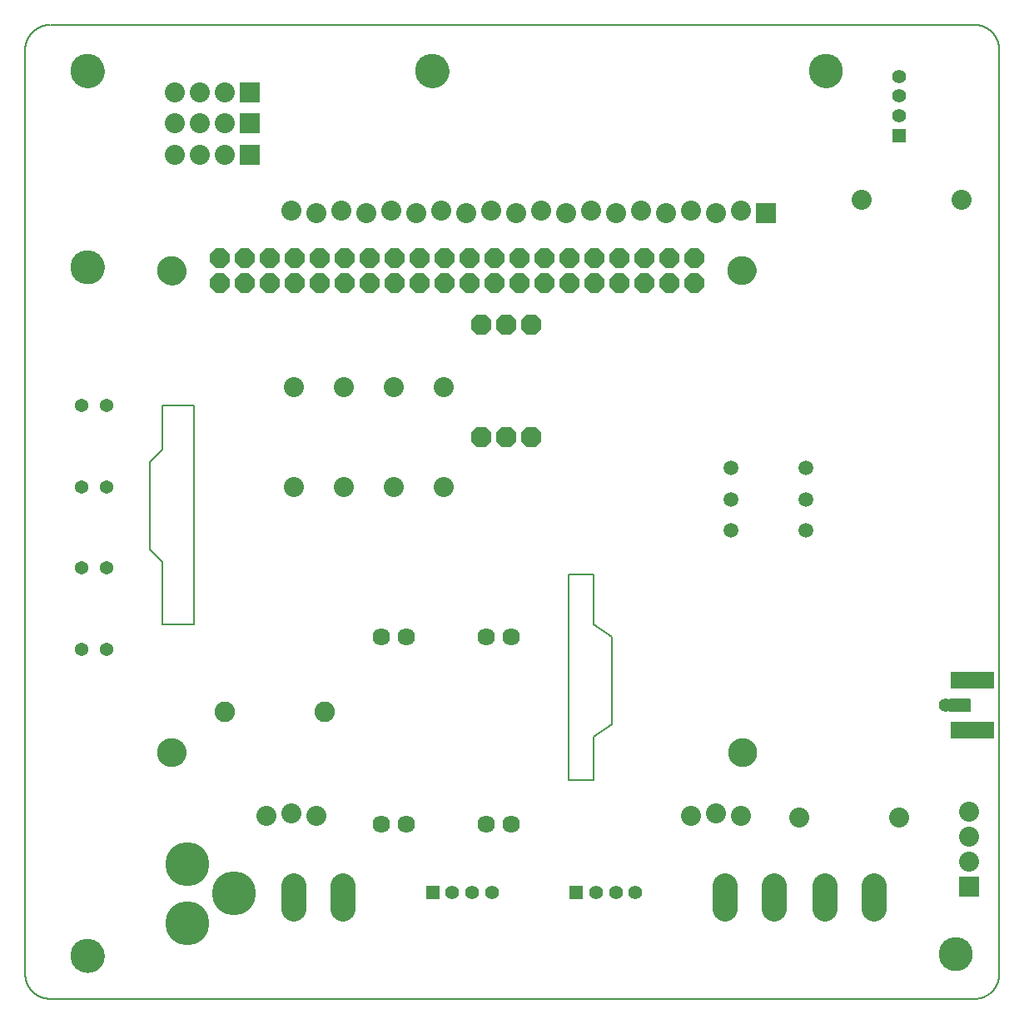
<source format=gbs>
G75*
%MOIN*%
%OFA0B0*%
%FSLAX25Y25*%
%IPPOS*%
%LPD*%
%AMOC8*
5,1,8,0,0,1.08239X$1,22.5*
%
%ADD10C,0.00600*%
%ADD11C,0.00000*%
%ADD12C,0.11600*%
%ADD13C,0.08000*%
%ADD14C,0.05400*%
%ADD15OC8,0.08200*%
%ADD16R,0.08000X0.08000*%
%ADD17OC8,0.08000*%
%ADD18R,0.05600X0.05600*%
%ADD19C,0.05600*%
%ADD20C,0.07025*%
%ADD21C,0.09970*%
%ADD22C,0.08200*%
%ADD23C,0.13600*%
%ADD24C,0.00510*%
%ADD25R,0.17600X0.06600*%
%ADD26C,0.05915*%
%ADD27C,0.17600*%
D10*
X0049595Y0021600D02*
X0049595Y0391350D01*
X0049595Y0391600D02*
X0049598Y0391842D01*
X0049607Y0392083D01*
X0049621Y0392324D01*
X0049642Y0392565D01*
X0049668Y0392805D01*
X0049700Y0393045D01*
X0049738Y0393284D01*
X0049781Y0393521D01*
X0049831Y0393758D01*
X0049886Y0393993D01*
X0049946Y0394227D01*
X0050013Y0394459D01*
X0050084Y0394690D01*
X0050162Y0394919D01*
X0050245Y0395146D01*
X0050333Y0395371D01*
X0050427Y0395594D01*
X0050526Y0395814D01*
X0050631Y0396032D01*
X0050740Y0396247D01*
X0050855Y0396460D01*
X0050975Y0396670D01*
X0051100Y0396876D01*
X0051230Y0397080D01*
X0051365Y0397281D01*
X0051505Y0397478D01*
X0051649Y0397672D01*
X0051798Y0397862D01*
X0051952Y0398048D01*
X0052110Y0398231D01*
X0052272Y0398410D01*
X0052439Y0398585D01*
X0052610Y0398756D01*
X0052785Y0398923D01*
X0052964Y0399085D01*
X0053147Y0399243D01*
X0053333Y0399397D01*
X0053523Y0399546D01*
X0053717Y0399690D01*
X0053914Y0399830D01*
X0054115Y0399965D01*
X0054319Y0400095D01*
X0054525Y0400220D01*
X0054735Y0400340D01*
X0054948Y0400455D01*
X0055163Y0400564D01*
X0055381Y0400669D01*
X0055601Y0400768D01*
X0055824Y0400862D01*
X0056049Y0400950D01*
X0056276Y0401033D01*
X0056505Y0401111D01*
X0056736Y0401182D01*
X0056968Y0401249D01*
X0057202Y0401309D01*
X0057437Y0401364D01*
X0057674Y0401414D01*
X0057911Y0401457D01*
X0058150Y0401495D01*
X0058390Y0401527D01*
X0058630Y0401553D01*
X0058871Y0401574D01*
X0059112Y0401588D01*
X0059353Y0401597D01*
X0059595Y0401600D01*
X0059845Y0401600D02*
X0429595Y0401600D01*
X0429837Y0401597D01*
X0430078Y0401588D01*
X0430319Y0401574D01*
X0430560Y0401553D01*
X0430800Y0401527D01*
X0431040Y0401495D01*
X0431279Y0401457D01*
X0431516Y0401414D01*
X0431753Y0401364D01*
X0431988Y0401309D01*
X0432222Y0401249D01*
X0432454Y0401182D01*
X0432685Y0401111D01*
X0432914Y0401033D01*
X0433141Y0400950D01*
X0433366Y0400862D01*
X0433589Y0400768D01*
X0433809Y0400669D01*
X0434027Y0400564D01*
X0434242Y0400455D01*
X0434455Y0400340D01*
X0434665Y0400220D01*
X0434871Y0400095D01*
X0435075Y0399965D01*
X0435276Y0399830D01*
X0435473Y0399690D01*
X0435667Y0399546D01*
X0435857Y0399397D01*
X0436043Y0399243D01*
X0436226Y0399085D01*
X0436405Y0398923D01*
X0436580Y0398756D01*
X0436751Y0398585D01*
X0436918Y0398410D01*
X0437080Y0398231D01*
X0437238Y0398048D01*
X0437392Y0397862D01*
X0437541Y0397672D01*
X0437685Y0397478D01*
X0437825Y0397281D01*
X0437960Y0397080D01*
X0438090Y0396876D01*
X0438215Y0396670D01*
X0438335Y0396460D01*
X0438450Y0396247D01*
X0438559Y0396032D01*
X0438664Y0395814D01*
X0438763Y0395594D01*
X0438857Y0395371D01*
X0438945Y0395146D01*
X0439028Y0394919D01*
X0439106Y0394690D01*
X0439177Y0394459D01*
X0439244Y0394227D01*
X0439304Y0393993D01*
X0439359Y0393758D01*
X0439409Y0393521D01*
X0439452Y0393284D01*
X0439490Y0393045D01*
X0439522Y0392805D01*
X0439548Y0392565D01*
X0439569Y0392324D01*
X0439583Y0392083D01*
X0439592Y0391842D01*
X0439595Y0391600D01*
X0439595Y0391350D02*
X0439595Y0021600D01*
X0439592Y0021358D01*
X0439583Y0021117D01*
X0439569Y0020876D01*
X0439548Y0020635D01*
X0439522Y0020395D01*
X0439490Y0020155D01*
X0439452Y0019916D01*
X0439409Y0019679D01*
X0439359Y0019442D01*
X0439304Y0019207D01*
X0439244Y0018973D01*
X0439177Y0018741D01*
X0439106Y0018510D01*
X0439028Y0018281D01*
X0438945Y0018054D01*
X0438857Y0017829D01*
X0438763Y0017606D01*
X0438664Y0017386D01*
X0438559Y0017168D01*
X0438450Y0016953D01*
X0438335Y0016740D01*
X0438215Y0016530D01*
X0438090Y0016324D01*
X0437960Y0016120D01*
X0437825Y0015919D01*
X0437685Y0015722D01*
X0437541Y0015528D01*
X0437392Y0015338D01*
X0437238Y0015152D01*
X0437080Y0014969D01*
X0436918Y0014790D01*
X0436751Y0014615D01*
X0436580Y0014444D01*
X0436405Y0014277D01*
X0436226Y0014115D01*
X0436043Y0013957D01*
X0435857Y0013803D01*
X0435667Y0013654D01*
X0435473Y0013510D01*
X0435276Y0013370D01*
X0435075Y0013235D01*
X0434871Y0013105D01*
X0434665Y0012980D01*
X0434455Y0012860D01*
X0434242Y0012745D01*
X0434027Y0012636D01*
X0433809Y0012531D01*
X0433589Y0012432D01*
X0433366Y0012338D01*
X0433141Y0012250D01*
X0432914Y0012167D01*
X0432685Y0012089D01*
X0432454Y0012018D01*
X0432222Y0011951D01*
X0431988Y0011891D01*
X0431753Y0011836D01*
X0431516Y0011786D01*
X0431279Y0011743D01*
X0431040Y0011705D01*
X0430800Y0011673D01*
X0430560Y0011647D01*
X0430319Y0011626D01*
X0430078Y0011612D01*
X0429837Y0011603D01*
X0429595Y0011600D01*
X0059595Y0011600D01*
X0059353Y0011603D01*
X0059112Y0011612D01*
X0058871Y0011626D01*
X0058630Y0011647D01*
X0058390Y0011673D01*
X0058150Y0011705D01*
X0057911Y0011743D01*
X0057674Y0011786D01*
X0057437Y0011836D01*
X0057202Y0011891D01*
X0056968Y0011951D01*
X0056736Y0012018D01*
X0056505Y0012089D01*
X0056276Y0012167D01*
X0056049Y0012250D01*
X0055824Y0012338D01*
X0055601Y0012432D01*
X0055381Y0012531D01*
X0055163Y0012636D01*
X0054948Y0012745D01*
X0054735Y0012860D01*
X0054525Y0012980D01*
X0054319Y0013105D01*
X0054115Y0013235D01*
X0053914Y0013370D01*
X0053717Y0013510D01*
X0053523Y0013654D01*
X0053333Y0013803D01*
X0053147Y0013957D01*
X0052964Y0014115D01*
X0052785Y0014277D01*
X0052610Y0014444D01*
X0052439Y0014615D01*
X0052272Y0014790D01*
X0052110Y0014969D01*
X0051952Y0015152D01*
X0051798Y0015338D01*
X0051649Y0015528D01*
X0051505Y0015722D01*
X0051365Y0015919D01*
X0051230Y0016120D01*
X0051100Y0016324D01*
X0050975Y0016530D01*
X0050855Y0016740D01*
X0050740Y0016953D01*
X0050631Y0017168D01*
X0050526Y0017386D01*
X0050427Y0017606D01*
X0050333Y0017829D01*
X0050245Y0018054D01*
X0050162Y0018281D01*
X0050084Y0018510D01*
X0050013Y0018741D01*
X0049946Y0018973D01*
X0049886Y0019207D01*
X0049831Y0019442D01*
X0049781Y0019679D01*
X0049738Y0019916D01*
X0049700Y0020155D01*
X0049668Y0020395D01*
X0049642Y0020635D01*
X0049621Y0020876D01*
X0049607Y0021117D01*
X0049598Y0021358D01*
X0049595Y0021600D01*
X0104595Y0161600D02*
X0104595Y0186600D01*
X0099595Y0191600D01*
X0099595Y0226600D01*
X0104595Y0231600D01*
X0104595Y0249100D01*
X0117095Y0249100D01*
X0117095Y0161600D01*
X0104595Y0161600D01*
X0267095Y0181600D02*
X0267095Y0099100D01*
X0277095Y0099100D01*
X0277095Y0116600D01*
X0284595Y0121600D01*
X0284595Y0156600D01*
X0277095Y0161600D01*
X0277095Y0181600D01*
X0267095Y0181600D01*
D11*
X0331345Y0110350D02*
X0331347Y0110498D01*
X0331353Y0110646D01*
X0331363Y0110794D01*
X0331377Y0110942D01*
X0331395Y0111089D01*
X0331417Y0111236D01*
X0331443Y0111382D01*
X0331472Y0111527D01*
X0331506Y0111672D01*
X0331544Y0111815D01*
X0331585Y0111958D01*
X0331630Y0112099D01*
X0331680Y0112239D01*
X0331732Y0112377D01*
X0331789Y0112515D01*
X0331849Y0112650D01*
X0331913Y0112784D01*
X0331980Y0112916D01*
X0332051Y0113046D01*
X0332126Y0113175D01*
X0332204Y0113301D01*
X0332285Y0113425D01*
X0332369Y0113547D01*
X0332457Y0113666D01*
X0332548Y0113783D01*
X0332642Y0113898D01*
X0332740Y0114010D01*
X0332840Y0114119D01*
X0332943Y0114226D01*
X0333049Y0114330D01*
X0333157Y0114431D01*
X0333269Y0114529D01*
X0333383Y0114624D01*
X0333499Y0114715D01*
X0333618Y0114804D01*
X0333739Y0114889D01*
X0333863Y0114971D01*
X0333989Y0115050D01*
X0334116Y0115125D01*
X0334246Y0115197D01*
X0334378Y0115266D01*
X0334511Y0115330D01*
X0334646Y0115391D01*
X0334783Y0115449D01*
X0334921Y0115503D01*
X0335061Y0115553D01*
X0335202Y0115599D01*
X0335344Y0115641D01*
X0335487Y0115680D01*
X0335631Y0115714D01*
X0335777Y0115745D01*
X0335922Y0115772D01*
X0336069Y0115795D01*
X0336216Y0115814D01*
X0336364Y0115829D01*
X0336511Y0115840D01*
X0336660Y0115847D01*
X0336808Y0115850D01*
X0336956Y0115849D01*
X0337104Y0115844D01*
X0337252Y0115835D01*
X0337400Y0115822D01*
X0337548Y0115805D01*
X0337694Y0115784D01*
X0337841Y0115759D01*
X0337986Y0115730D01*
X0338131Y0115698D01*
X0338274Y0115661D01*
X0338417Y0115621D01*
X0338559Y0115576D01*
X0338699Y0115528D01*
X0338838Y0115476D01*
X0338975Y0115421D01*
X0339111Y0115361D01*
X0339246Y0115298D01*
X0339378Y0115232D01*
X0339509Y0115162D01*
X0339638Y0115088D01*
X0339764Y0115011D01*
X0339889Y0114931D01*
X0340011Y0114847D01*
X0340132Y0114760D01*
X0340249Y0114670D01*
X0340365Y0114576D01*
X0340477Y0114480D01*
X0340587Y0114381D01*
X0340695Y0114278D01*
X0340799Y0114173D01*
X0340901Y0114065D01*
X0340999Y0113954D01*
X0341095Y0113841D01*
X0341188Y0113725D01*
X0341277Y0113607D01*
X0341363Y0113486D01*
X0341446Y0113363D01*
X0341526Y0113238D01*
X0341602Y0113111D01*
X0341675Y0112981D01*
X0341744Y0112850D01*
X0341809Y0112717D01*
X0341872Y0112583D01*
X0341930Y0112446D01*
X0341985Y0112308D01*
X0342035Y0112169D01*
X0342083Y0112028D01*
X0342126Y0111887D01*
X0342166Y0111744D01*
X0342201Y0111600D01*
X0342233Y0111455D01*
X0342261Y0111309D01*
X0342285Y0111163D01*
X0342305Y0111016D01*
X0342321Y0110868D01*
X0342333Y0110721D01*
X0342341Y0110572D01*
X0342345Y0110424D01*
X0342345Y0110276D01*
X0342341Y0110128D01*
X0342333Y0109979D01*
X0342321Y0109832D01*
X0342305Y0109684D01*
X0342285Y0109537D01*
X0342261Y0109391D01*
X0342233Y0109245D01*
X0342201Y0109100D01*
X0342166Y0108956D01*
X0342126Y0108813D01*
X0342083Y0108672D01*
X0342035Y0108531D01*
X0341985Y0108392D01*
X0341930Y0108254D01*
X0341872Y0108117D01*
X0341809Y0107983D01*
X0341744Y0107850D01*
X0341675Y0107719D01*
X0341602Y0107589D01*
X0341526Y0107462D01*
X0341446Y0107337D01*
X0341363Y0107214D01*
X0341277Y0107093D01*
X0341188Y0106975D01*
X0341095Y0106859D01*
X0340999Y0106746D01*
X0340901Y0106635D01*
X0340799Y0106527D01*
X0340695Y0106422D01*
X0340587Y0106319D01*
X0340477Y0106220D01*
X0340365Y0106124D01*
X0340249Y0106030D01*
X0340132Y0105940D01*
X0340011Y0105853D01*
X0339889Y0105769D01*
X0339764Y0105689D01*
X0339638Y0105612D01*
X0339509Y0105538D01*
X0339378Y0105468D01*
X0339246Y0105402D01*
X0339111Y0105339D01*
X0338975Y0105279D01*
X0338838Y0105224D01*
X0338699Y0105172D01*
X0338559Y0105124D01*
X0338417Y0105079D01*
X0338274Y0105039D01*
X0338131Y0105002D01*
X0337986Y0104970D01*
X0337841Y0104941D01*
X0337694Y0104916D01*
X0337548Y0104895D01*
X0337400Y0104878D01*
X0337252Y0104865D01*
X0337104Y0104856D01*
X0336956Y0104851D01*
X0336808Y0104850D01*
X0336660Y0104853D01*
X0336511Y0104860D01*
X0336364Y0104871D01*
X0336216Y0104886D01*
X0336069Y0104905D01*
X0335922Y0104928D01*
X0335777Y0104955D01*
X0335631Y0104986D01*
X0335487Y0105020D01*
X0335344Y0105059D01*
X0335202Y0105101D01*
X0335061Y0105147D01*
X0334921Y0105197D01*
X0334783Y0105251D01*
X0334646Y0105309D01*
X0334511Y0105370D01*
X0334378Y0105434D01*
X0334246Y0105503D01*
X0334116Y0105575D01*
X0333989Y0105650D01*
X0333863Y0105729D01*
X0333739Y0105811D01*
X0333618Y0105896D01*
X0333499Y0105985D01*
X0333383Y0106076D01*
X0333269Y0106171D01*
X0333157Y0106269D01*
X0333049Y0106370D01*
X0332943Y0106474D01*
X0332840Y0106581D01*
X0332740Y0106690D01*
X0332642Y0106802D01*
X0332548Y0106917D01*
X0332457Y0107034D01*
X0332369Y0107153D01*
X0332285Y0107275D01*
X0332204Y0107399D01*
X0332126Y0107525D01*
X0332051Y0107654D01*
X0331980Y0107784D01*
X0331913Y0107916D01*
X0331849Y0108050D01*
X0331789Y0108185D01*
X0331732Y0108323D01*
X0331680Y0108461D01*
X0331630Y0108601D01*
X0331585Y0108742D01*
X0331544Y0108885D01*
X0331506Y0109028D01*
X0331472Y0109173D01*
X0331443Y0109318D01*
X0331417Y0109464D01*
X0331395Y0109611D01*
X0331377Y0109758D01*
X0331363Y0109906D01*
X0331353Y0110054D01*
X0331347Y0110202D01*
X0331345Y0110350D01*
X0415595Y0029600D02*
X0415597Y0029761D01*
X0415603Y0029921D01*
X0415613Y0030082D01*
X0415627Y0030242D01*
X0415645Y0030402D01*
X0415666Y0030561D01*
X0415692Y0030720D01*
X0415722Y0030878D01*
X0415755Y0031035D01*
X0415793Y0031192D01*
X0415834Y0031347D01*
X0415879Y0031501D01*
X0415928Y0031654D01*
X0415981Y0031806D01*
X0416037Y0031957D01*
X0416098Y0032106D01*
X0416161Y0032254D01*
X0416229Y0032400D01*
X0416300Y0032544D01*
X0416374Y0032686D01*
X0416452Y0032827D01*
X0416534Y0032965D01*
X0416619Y0033102D01*
X0416707Y0033236D01*
X0416799Y0033368D01*
X0416894Y0033498D01*
X0416992Y0033626D01*
X0417093Y0033751D01*
X0417197Y0033873D01*
X0417304Y0033993D01*
X0417414Y0034110D01*
X0417527Y0034225D01*
X0417643Y0034336D01*
X0417762Y0034445D01*
X0417883Y0034550D01*
X0418007Y0034653D01*
X0418133Y0034753D01*
X0418261Y0034849D01*
X0418392Y0034942D01*
X0418526Y0035032D01*
X0418661Y0035119D01*
X0418799Y0035202D01*
X0418938Y0035282D01*
X0419080Y0035358D01*
X0419223Y0035431D01*
X0419368Y0035500D01*
X0419515Y0035566D01*
X0419663Y0035628D01*
X0419813Y0035686D01*
X0419964Y0035741D01*
X0420117Y0035792D01*
X0420271Y0035839D01*
X0420426Y0035882D01*
X0420582Y0035921D01*
X0420738Y0035957D01*
X0420896Y0035988D01*
X0421054Y0036016D01*
X0421213Y0036040D01*
X0421373Y0036060D01*
X0421533Y0036076D01*
X0421693Y0036088D01*
X0421854Y0036096D01*
X0422015Y0036100D01*
X0422175Y0036100D01*
X0422336Y0036096D01*
X0422497Y0036088D01*
X0422657Y0036076D01*
X0422817Y0036060D01*
X0422977Y0036040D01*
X0423136Y0036016D01*
X0423294Y0035988D01*
X0423452Y0035957D01*
X0423608Y0035921D01*
X0423764Y0035882D01*
X0423919Y0035839D01*
X0424073Y0035792D01*
X0424226Y0035741D01*
X0424377Y0035686D01*
X0424527Y0035628D01*
X0424675Y0035566D01*
X0424822Y0035500D01*
X0424967Y0035431D01*
X0425110Y0035358D01*
X0425252Y0035282D01*
X0425391Y0035202D01*
X0425529Y0035119D01*
X0425664Y0035032D01*
X0425798Y0034942D01*
X0425929Y0034849D01*
X0426057Y0034753D01*
X0426183Y0034653D01*
X0426307Y0034550D01*
X0426428Y0034445D01*
X0426547Y0034336D01*
X0426663Y0034225D01*
X0426776Y0034110D01*
X0426886Y0033993D01*
X0426993Y0033873D01*
X0427097Y0033751D01*
X0427198Y0033626D01*
X0427296Y0033498D01*
X0427391Y0033368D01*
X0427483Y0033236D01*
X0427571Y0033102D01*
X0427656Y0032965D01*
X0427738Y0032827D01*
X0427816Y0032686D01*
X0427890Y0032544D01*
X0427961Y0032400D01*
X0428029Y0032254D01*
X0428092Y0032106D01*
X0428153Y0031957D01*
X0428209Y0031806D01*
X0428262Y0031654D01*
X0428311Y0031501D01*
X0428356Y0031347D01*
X0428397Y0031192D01*
X0428435Y0031035D01*
X0428468Y0030878D01*
X0428498Y0030720D01*
X0428524Y0030561D01*
X0428545Y0030402D01*
X0428563Y0030242D01*
X0428577Y0030082D01*
X0428587Y0029921D01*
X0428593Y0029761D01*
X0428595Y0029600D01*
X0428593Y0029439D01*
X0428587Y0029279D01*
X0428577Y0029118D01*
X0428563Y0028958D01*
X0428545Y0028798D01*
X0428524Y0028639D01*
X0428498Y0028480D01*
X0428468Y0028322D01*
X0428435Y0028165D01*
X0428397Y0028008D01*
X0428356Y0027853D01*
X0428311Y0027699D01*
X0428262Y0027546D01*
X0428209Y0027394D01*
X0428153Y0027243D01*
X0428092Y0027094D01*
X0428029Y0026946D01*
X0427961Y0026800D01*
X0427890Y0026656D01*
X0427816Y0026514D01*
X0427738Y0026373D01*
X0427656Y0026235D01*
X0427571Y0026098D01*
X0427483Y0025964D01*
X0427391Y0025832D01*
X0427296Y0025702D01*
X0427198Y0025574D01*
X0427097Y0025449D01*
X0426993Y0025327D01*
X0426886Y0025207D01*
X0426776Y0025090D01*
X0426663Y0024975D01*
X0426547Y0024864D01*
X0426428Y0024755D01*
X0426307Y0024650D01*
X0426183Y0024547D01*
X0426057Y0024447D01*
X0425929Y0024351D01*
X0425798Y0024258D01*
X0425664Y0024168D01*
X0425529Y0024081D01*
X0425391Y0023998D01*
X0425252Y0023918D01*
X0425110Y0023842D01*
X0424967Y0023769D01*
X0424822Y0023700D01*
X0424675Y0023634D01*
X0424527Y0023572D01*
X0424377Y0023514D01*
X0424226Y0023459D01*
X0424073Y0023408D01*
X0423919Y0023361D01*
X0423764Y0023318D01*
X0423608Y0023279D01*
X0423452Y0023243D01*
X0423294Y0023212D01*
X0423136Y0023184D01*
X0422977Y0023160D01*
X0422817Y0023140D01*
X0422657Y0023124D01*
X0422497Y0023112D01*
X0422336Y0023104D01*
X0422175Y0023100D01*
X0422015Y0023100D01*
X0421854Y0023104D01*
X0421693Y0023112D01*
X0421533Y0023124D01*
X0421373Y0023140D01*
X0421213Y0023160D01*
X0421054Y0023184D01*
X0420896Y0023212D01*
X0420738Y0023243D01*
X0420582Y0023279D01*
X0420426Y0023318D01*
X0420271Y0023361D01*
X0420117Y0023408D01*
X0419964Y0023459D01*
X0419813Y0023514D01*
X0419663Y0023572D01*
X0419515Y0023634D01*
X0419368Y0023700D01*
X0419223Y0023769D01*
X0419080Y0023842D01*
X0418938Y0023918D01*
X0418799Y0023998D01*
X0418661Y0024081D01*
X0418526Y0024168D01*
X0418392Y0024258D01*
X0418261Y0024351D01*
X0418133Y0024447D01*
X0418007Y0024547D01*
X0417883Y0024650D01*
X0417762Y0024755D01*
X0417643Y0024864D01*
X0417527Y0024975D01*
X0417414Y0025090D01*
X0417304Y0025207D01*
X0417197Y0025327D01*
X0417093Y0025449D01*
X0416992Y0025574D01*
X0416894Y0025702D01*
X0416799Y0025832D01*
X0416707Y0025964D01*
X0416619Y0026098D01*
X0416534Y0026235D01*
X0416452Y0026373D01*
X0416374Y0026514D01*
X0416300Y0026656D01*
X0416229Y0026800D01*
X0416161Y0026946D01*
X0416098Y0027094D01*
X0416037Y0027243D01*
X0415981Y0027394D01*
X0415928Y0027546D01*
X0415879Y0027699D01*
X0415834Y0027853D01*
X0415793Y0028008D01*
X0415755Y0028165D01*
X0415722Y0028322D01*
X0415692Y0028480D01*
X0415666Y0028639D01*
X0415645Y0028798D01*
X0415627Y0028958D01*
X0415613Y0029118D01*
X0415603Y0029279D01*
X0415597Y0029439D01*
X0415595Y0029600D01*
X0331095Y0303350D02*
X0331097Y0303498D01*
X0331103Y0303646D01*
X0331113Y0303794D01*
X0331127Y0303942D01*
X0331145Y0304089D01*
X0331167Y0304236D01*
X0331193Y0304382D01*
X0331222Y0304527D01*
X0331256Y0304672D01*
X0331294Y0304815D01*
X0331335Y0304958D01*
X0331380Y0305099D01*
X0331430Y0305239D01*
X0331482Y0305377D01*
X0331539Y0305515D01*
X0331599Y0305650D01*
X0331663Y0305784D01*
X0331730Y0305916D01*
X0331801Y0306046D01*
X0331876Y0306175D01*
X0331954Y0306301D01*
X0332035Y0306425D01*
X0332119Y0306547D01*
X0332207Y0306666D01*
X0332298Y0306783D01*
X0332392Y0306898D01*
X0332490Y0307010D01*
X0332590Y0307119D01*
X0332693Y0307226D01*
X0332799Y0307330D01*
X0332907Y0307431D01*
X0333019Y0307529D01*
X0333133Y0307624D01*
X0333249Y0307715D01*
X0333368Y0307804D01*
X0333489Y0307889D01*
X0333613Y0307971D01*
X0333739Y0308050D01*
X0333866Y0308125D01*
X0333996Y0308197D01*
X0334128Y0308266D01*
X0334261Y0308330D01*
X0334396Y0308391D01*
X0334533Y0308449D01*
X0334671Y0308503D01*
X0334811Y0308553D01*
X0334952Y0308599D01*
X0335094Y0308641D01*
X0335237Y0308680D01*
X0335381Y0308714D01*
X0335527Y0308745D01*
X0335672Y0308772D01*
X0335819Y0308795D01*
X0335966Y0308814D01*
X0336114Y0308829D01*
X0336261Y0308840D01*
X0336410Y0308847D01*
X0336558Y0308850D01*
X0336706Y0308849D01*
X0336854Y0308844D01*
X0337002Y0308835D01*
X0337150Y0308822D01*
X0337298Y0308805D01*
X0337444Y0308784D01*
X0337591Y0308759D01*
X0337736Y0308730D01*
X0337881Y0308698D01*
X0338024Y0308661D01*
X0338167Y0308621D01*
X0338309Y0308576D01*
X0338449Y0308528D01*
X0338588Y0308476D01*
X0338725Y0308421D01*
X0338861Y0308361D01*
X0338996Y0308298D01*
X0339128Y0308232D01*
X0339259Y0308162D01*
X0339388Y0308088D01*
X0339514Y0308011D01*
X0339639Y0307931D01*
X0339761Y0307847D01*
X0339882Y0307760D01*
X0339999Y0307670D01*
X0340115Y0307576D01*
X0340227Y0307480D01*
X0340337Y0307381D01*
X0340445Y0307278D01*
X0340549Y0307173D01*
X0340651Y0307065D01*
X0340749Y0306954D01*
X0340845Y0306841D01*
X0340938Y0306725D01*
X0341027Y0306607D01*
X0341113Y0306486D01*
X0341196Y0306363D01*
X0341276Y0306238D01*
X0341352Y0306111D01*
X0341425Y0305981D01*
X0341494Y0305850D01*
X0341559Y0305717D01*
X0341622Y0305583D01*
X0341680Y0305446D01*
X0341735Y0305308D01*
X0341785Y0305169D01*
X0341833Y0305028D01*
X0341876Y0304887D01*
X0341916Y0304744D01*
X0341951Y0304600D01*
X0341983Y0304455D01*
X0342011Y0304309D01*
X0342035Y0304163D01*
X0342055Y0304016D01*
X0342071Y0303868D01*
X0342083Y0303721D01*
X0342091Y0303572D01*
X0342095Y0303424D01*
X0342095Y0303276D01*
X0342091Y0303128D01*
X0342083Y0302979D01*
X0342071Y0302832D01*
X0342055Y0302684D01*
X0342035Y0302537D01*
X0342011Y0302391D01*
X0341983Y0302245D01*
X0341951Y0302100D01*
X0341916Y0301956D01*
X0341876Y0301813D01*
X0341833Y0301672D01*
X0341785Y0301531D01*
X0341735Y0301392D01*
X0341680Y0301254D01*
X0341622Y0301117D01*
X0341559Y0300983D01*
X0341494Y0300850D01*
X0341425Y0300719D01*
X0341352Y0300589D01*
X0341276Y0300462D01*
X0341196Y0300337D01*
X0341113Y0300214D01*
X0341027Y0300093D01*
X0340938Y0299975D01*
X0340845Y0299859D01*
X0340749Y0299746D01*
X0340651Y0299635D01*
X0340549Y0299527D01*
X0340445Y0299422D01*
X0340337Y0299319D01*
X0340227Y0299220D01*
X0340115Y0299124D01*
X0339999Y0299030D01*
X0339882Y0298940D01*
X0339761Y0298853D01*
X0339639Y0298769D01*
X0339514Y0298689D01*
X0339388Y0298612D01*
X0339259Y0298538D01*
X0339128Y0298468D01*
X0338996Y0298402D01*
X0338861Y0298339D01*
X0338725Y0298279D01*
X0338588Y0298224D01*
X0338449Y0298172D01*
X0338309Y0298124D01*
X0338167Y0298079D01*
X0338024Y0298039D01*
X0337881Y0298002D01*
X0337736Y0297970D01*
X0337591Y0297941D01*
X0337444Y0297916D01*
X0337298Y0297895D01*
X0337150Y0297878D01*
X0337002Y0297865D01*
X0336854Y0297856D01*
X0336706Y0297851D01*
X0336558Y0297850D01*
X0336410Y0297853D01*
X0336261Y0297860D01*
X0336114Y0297871D01*
X0335966Y0297886D01*
X0335819Y0297905D01*
X0335672Y0297928D01*
X0335527Y0297955D01*
X0335381Y0297986D01*
X0335237Y0298020D01*
X0335094Y0298059D01*
X0334952Y0298101D01*
X0334811Y0298147D01*
X0334671Y0298197D01*
X0334533Y0298251D01*
X0334396Y0298309D01*
X0334261Y0298370D01*
X0334128Y0298434D01*
X0333996Y0298503D01*
X0333866Y0298575D01*
X0333739Y0298650D01*
X0333613Y0298729D01*
X0333489Y0298811D01*
X0333368Y0298896D01*
X0333249Y0298985D01*
X0333133Y0299076D01*
X0333019Y0299171D01*
X0332907Y0299269D01*
X0332799Y0299370D01*
X0332693Y0299474D01*
X0332590Y0299581D01*
X0332490Y0299690D01*
X0332392Y0299802D01*
X0332298Y0299917D01*
X0332207Y0300034D01*
X0332119Y0300153D01*
X0332035Y0300275D01*
X0331954Y0300399D01*
X0331876Y0300525D01*
X0331801Y0300654D01*
X0331730Y0300784D01*
X0331663Y0300916D01*
X0331599Y0301050D01*
X0331539Y0301185D01*
X0331482Y0301323D01*
X0331430Y0301461D01*
X0331380Y0301601D01*
X0331335Y0301742D01*
X0331294Y0301885D01*
X0331256Y0302028D01*
X0331222Y0302173D01*
X0331193Y0302318D01*
X0331167Y0302464D01*
X0331145Y0302611D01*
X0331127Y0302758D01*
X0331113Y0302906D01*
X0331103Y0303054D01*
X0331097Y0303202D01*
X0331095Y0303350D01*
X0363595Y0383100D02*
X0363597Y0383261D01*
X0363603Y0383421D01*
X0363613Y0383582D01*
X0363627Y0383742D01*
X0363645Y0383902D01*
X0363666Y0384061D01*
X0363692Y0384220D01*
X0363722Y0384378D01*
X0363755Y0384535D01*
X0363793Y0384692D01*
X0363834Y0384847D01*
X0363879Y0385001D01*
X0363928Y0385154D01*
X0363981Y0385306D01*
X0364037Y0385457D01*
X0364098Y0385606D01*
X0364161Y0385754D01*
X0364229Y0385900D01*
X0364300Y0386044D01*
X0364374Y0386186D01*
X0364452Y0386327D01*
X0364534Y0386465D01*
X0364619Y0386602D01*
X0364707Y0386736D01*
X0364799Y0386868D01*
X0364894Y0386998D01*
X0364992Y0387126D01*
X0365093Y0387251D01*
X0365197Y0387373D01*
X0365304Y0387493D01*
X0365414Y0387610D01*
X0365527Y0387725D01*
X0365643Y0387836D01*
X0365762Y0387945D01*
X0365883Y0388050D01*
X0366007Y0388153D01*
X0366133Y0388253D01*
X0366261Y0388349D01*
X0366392Y0388442D01*
X0366526Y0388532D01*
X0366661Y0388619D01*
X0366799Y0388702D01*
X0366938Y0388782D01*
X0367080Y0388858D01*
X0367223Y0388931D01*
X0367368Y0389000D01*
X0367515Y0389066D01*
X0367663Y0389128D01*
X0367813Y0389186D01*
X0367964Y0389241D01*
X0368117Y0389292D01*
X0368271Y0389339D01*
X0368426Y0389382D01*
X0368582Y0389421D01*
X0368738Y0389457D01*
X0368896Y0389488D01*
X0369054Y0389516D01*
X0369213Y0389540D01*
X0369373Y0389560D01*
X0369533Y0389576D01*
X0369693Y0389588D01*
X0369854Y0389596D01*
X0370015Y0389600D01*
X0370175Y0389600D01*
X0370336Y0389596D01*
X0370497Y0389588D01*
X0370657Y0389576D01*
X0370817Y0389560D01*
X0370977Y0389540D01*
X0371136Y0389516D01*
X0371294Y0389488D01*
X0371452Y0389457D01*
X0371608Y0389421D01*
X0371764Y0389382D01*
X0371919Y0389339D01*
X0372073Y0389292D01*
X0372226Y0389241D01*
X0372377Y0389186D01*
X0372527Y0389128D01*
X0372675Y0389066D01*
X0372822Y0389000D01*
X0372967Y0388931D01*
X0373110Y0388858D01*
X0373252Y0388782D01*
X0373391Y0388702D01*
X0373529Y0388619D01*
X0373664Y0388532D01*
X0373798Y0388442D01*
X0373929Y0388349D01*
X0374057Y0388253D01*
X0374183Y0388153D01*
X0374307Y0388050D01*
X0374428Y0387945D01*
X0374547Y0387836D01*
X0374663Y0387725D01*
X0374776Y0387610D01*
X0374886Y0387493D01*
X0374993Y0387373D01*
X0375097Y0387251D01*
X0375198Y0387126D01*
X0375296Y0386998D01*
X0375391Y0386868D01*
X0375483Y0386736D01*
X0375571Y0386602D01*
X0375656Y0386465D01*
X0375738Y0386327D01*
X0375816Y0386186D01*
X0375890Y0386044D01*
X0375961Y0385900D01*
X0376029Y0385754D01*
X0376092Y0385606D01*
X0376153Y0385457D01*
X0376209Y0385306D01*
X0376262Y0385154D01*
X0376311Y0385001D01*
X0376356Y0384847D01*
X0376397Y0384692D01*
X0376435Y0384535D01*
X0376468Y0384378D01*
X0376498Y0384220D01*
X0376524Y0384061D01*
X0376545Y0383902D01*
X0376563Y0383742D01*
X0376577Y0383582D01*
X0376587Y0383421D01*
X0376593Y0383261D01*
X0376595Y0383100D01*
X0376593Y0382939D01*
X0376587Y0382779D01*
X0376577Y0382618D01*
X0376563Y0382458D01*
X0376545Y0382298D01*
X0376524Y0382139D01*
X0376498Y0381980D01*
X0376468Y0381822D01*
X0376435Y0381665D01*
X0376397Y0381508D01*
X0376356Y0381353D01*
X0376311Y0381199D01*
X0376262Y0381046D01*
X0376209Y0380894D01*
X0376153Y0380743D01*
X0376092Y0380594D01*
X0376029Y0380446D01*
X0375961Y0380300D01*
X0375890Y0380156D01*
X0375816Y0380014D01*
X0375738Y0379873D01*
X0375656Y0379735D01*
X0375571Y0379598D01*
X0375483Y0379464D01*
X0375391Y0379332D01*
X0375296Y0379202D01*
X0375198Y0379074D01*
X0375097Y0378949D01*
X0374993Y0378827D01*
X0374886Y0378707D01*
X0374776Y0378590D01*
X0374663Y0378475D01*
X0374547Y0378364D01*
X0374428Y0378255D01*
X0374307Y0378150D01*
X0374183Y0378047D01*
X0374057Y0377947D01*
X0373929Y0377851D01*
X0373798Y0377758D01*
X0373664Y0377668D01*
X0373529Y0377581D01*
X0373391Y0377498D01*
X0373252Y0377418D01*
X0373110Y0377342D01*
X0372967Y0377269D01*
X0372822Y0377200D01*
X0372675Y0377134D01*
X0372527Y0377072D01*
X0372377Y0377014D01*
X0372226Y0376959D01*
X0372073Y0376908D01*
X0371919Y0376861D01*
X0371764Y0376818D01*
X0371608Y0376779D01*
X0371452Y0376743D01*
X0371294Y0376712D01*
X0371136Y0376684D01*
X0370977Y0376660D01*
X0370817Y0376640D01*
X0370657Y0376624D01*
X0370497Y0376612D01*
X0370336Y0376604D01*
X0370175Y0376600D01*
X0370015Y0376600D01*
X0369854Y0376604D01*
X0369693Y0376612D01*
X0369533Y0376624D01*
X0369373Y0376640D01*
X0369213Y0376660D01*
X0369054Y0376684D01*
X0368896Y0376712D01*
X0368738Y0376743D01*
X0368582Y0376779D01*
X0368426Y0376818D01*
X0368271Y0376861D01*
X0368117Y0376908D01*
X0367964Y0376959D01*
X0367813Y0377014D01*
X0367663Y0377072D01*
X0367515Y0377134D01*
X0367368Y0377200D01*
X0367223Y0377269D01*
X0367080Y0377342D01*
X0366938Y0377418D01*
X0366799Y0377498D01*
X0366661Y0377581D01*
X0366526Y0377668D01*
X0366392Y0377758D01*
X0366261Y0377851D01*
X0366133Y0377947D01*
X0366007Y0378047D01*
X0365883Y0378150D01*
X0365762Y0378255D01*
X0365643Y0378364D01*
X0365527Y0378475D01*
X0365414Y0378590D01*
X0365304Y0378707D01*
X0365197Y0378827D01*
X0365093Y0378949D01*
X0364992Y0379074D01*
X0364894Y0379202D01*
X0364799Y0379332D01*
X0364707Y0379464D01*
X0364619Y0379598D01*
X0364534Y0379735D01*
X0364452Y0379873D01*
X0364374Y0380014D01*
X0364300Y0380156D01*
X0364229Y0380300D01*
X0364161Y0380446D01*
X0364098Y0380594D01*
X0364037Y0380743D01*
X0363981Y0380894D01*
X0363928Y0381046D01*
X0363879Y0381199D01*
X0363834Y0381353D01*
X0363793Y0381508D01*
X0363755Y0381665D01*
X0363722Y0381822D01*
X0363692Y0381980D01*
X0363666Y0382139D01*
X0363645Y0382298D01*
X0363627Y0382458D01*
X0363613Y0382618D01*
X0363603Y0382779D01*
X0363597Y0382939D01*
X0363595Y0383100D01*
X0206095Y0383100D02*
X0206097Y0383261D01*
X0206103Y0383421D01*
X0206113Y0383582D01*
X0206127Y0383742D01*
X0206145Y0383902D01*
X0206166Y0384061D01*
X0206192Y0384220D01*
X0206222Y0384378D01*
X0206255Y0384535D01*
X0206293Y0384692D01*
X0206334Y0384847D01*
X0206379Y0385001D01*
X0206428Y0385154D01*
X0206481Y0385306D01*
X0206537Y0385457D01*
X0206598Y0385606D01*
X0206661Y0385754D01*
X0206729Y0385900D01*
X0206800Y0386044D01*
X0206874Y0386186D01*
X0206952Y0386327D01*
X0207034Y0386465D01*
X0207119Y0386602D01*
X0207207Y0386736D01*
X0207299Y0386868D01*
X0207394Y0386998D01*
X0207492Y0387126D01*
X0207593Y0387251D01*
X0207697Y0387373D01*
X0207804Y0387493D01*
X0207914Y0387610D01*
X0208027Y0387725D01*
X0208143Y0387836D01*
X0208262Y0387945D01*
X0208383Y0388050D01*
X0208507Y0388153D01*
X0208633Y0388253D01*
X0208761Y0388349D01*
X0208892Y0388442D01*
X0209026Y0388532D01*
X0209161Y0388619D01*
X0209299Y0388702D01*
X0209438Y0388782D01*
X0209580Y0388858D01*
X0209723Y0388931D01*
X0209868Y0389000D01*
X0210015Y0389066D01*
X0210163Y0389128D01*
X0210313Y0389186D01*
X0210464Y0389241D01*
X0210617Y0389292D01*
X0210771Y0389339D01*
X0210926Y0389382D01*
X0211082Y0389421D01*
X0211238Y0389457D01*
X0211396Y0389488D01*
X0211554Y0389516D01*
X0211713Y0389540D01*
X0211873Y0389560D01*
X0212033Y0389576D01*
X0212193Y0389588D01*
X0212354Y0389596D01*
X0212515Y0389600D01*
X0212675Y0389600D01*
X0212836Y0389596D01*
X0212997Y0389588D01*
X0213157Y0389576D01*
X0213317Y0389560D01*
X0213477Y0389540D01*
X0213636Y0389516D01*
X0213794Y0389488D01*
X0213952Y0389457D01*
X0214108Y0389421D01*
X0214264Y0389382D01*
X0214419Y0389339D01*
X0214573Y0389292D01*
X0214726Y0389241D01*
X0214877Y0389186D01*
X0215027Y0389128D01*
X0215175Y0389066D01*
X0215322Y0389000D01*
X0215467Y0388931D01*
X0215610Y0388858D01*
X0215752Y0388782D01*
X0215891Y0388702D01*
X0216029Y0388619D01*
X0216164Y0388532D01*
X0216298Y0388442D01*
X0216429Y0388349D01*
X0216557Y0388253D01*
X0216683Y0388153D01*
X0216807Y0388050D01*
X0216928Y0387945D01*
X0217047Y0387836D01*
X0217163Y0387725D01*
X0217276Y0387610D01*
X0217386Y0387493D01*
X0217493Y0387373D01*
X0217597Y0387251D01*
X0217698Y0387126D01*
X0217796Y0386998D01*
X0217891Y0386868D01*
X0217983Y0386736D01*
X0218071Y0386602D01*
X0218156Y0386465D01*
X0218238Y0386327D01*
X0218316Y0386186D01*
X0218390Y0386044D01*
X0218461Y0385900D01*
X0218529Y0385754D01*
X0218592Y0385606D01*
X0218653Y0385457D01*
X0218709Y0385306D01*
X0218762Y0385154D01*
X0218811Y0385001D01*
X0218856Y0384847D01*
X0218897Y0384692D01*
X0218935Y0384535D01*
X0218968Y0384378D01*
X0218998Y0384220D01*
X0219024Y0384061D01*
X0219045Y0383902D01*
X0219063Y0383742D01*
X0219077Y0383582D01*
X0219087Y0383421D01*
X0219093Y0383261D01*
X0219095Y0383100D01*
X0219093Y0382939D01*
X0219087Y0382779D01*
X0219077Y0382618D01*
X0219063Y0382458D01*
X0219045Y0382298D01*
X0219024Y0382139D01*
X0218998Y0381980D01*
X0218968Y0381822D01*
X0218935Y0381665D01*
X0218897Y0381508D01*
X0218856Y0381353D01*
X0218811Y0381199D01*
X0218762Y0381046D01*
X0218709Y0380894D01*
X0218653Y0380743D01*
X0218592Y0380594D01*
X0218529Y0380446D01*
X0218461Y0380300D01*
X0218390Y0380156D01*
X0218316Y0380014D01*
X0218238Y0379873D01*
X0218156Y0379735D01*
X0218071Y0379598D01*
X0217983Y0379464D01*
X0217891Y0379332D01*
X0217796Y0379202D01*
X0217698Y0379074D01*
X0217597Y0378949D01*
X0217493Y0378827D01*
X0217386Y0378707D01*
X0217276Y0378590D01*
X0217163Y0378475D01*
X0217047Y0378364D01*
X0216928Y0378255D01*
X0216807Y0378150D01*
X0216683Y0378047D01*
X0216557Y0377947D01*
X0216429Y0377851D01*
X0216298Y0377758D01*
X0216164Y0377668D01*
X0216029Y0377581D01*
X0215891Y0377498D01*
X0215752Y0377418D01*
X0215610Y0377342D01*
X0215467Y0377269D01*
X0215322Y0377200D01*
X0215175Y0377134D01*
X0215027Y0377072D01*
X0214877Y0377014D01*
X0214726Y0376959D01*
X0214573Y0376908D01*
X0214419Y0376861D01*
X0214264Y0376818D01*
X0214108Y0376779D01*
X0213952Y0376743D01*
X0213794Y0376712D01*
X0213636Y0376684D01*
X0213477Y0376660D01*
X0213317Y0376640D01*
X0213157Y0376624D01*
X0212997Y0376612D01*
X0212836Y0376604D01*
X0212675Y0376600D01*
X0212515Y0376600D01*
X0212354Y0376604D01*
X0212193Y0376612D01*
X0212033Y0376624D01*
X0211873Y0376640D01*
X0211713Y0376660D01*
X0211554Y0376684D01*
X0211396Y0376712D01*
X0211238Y0376743D01*
X0211082Y0376779D01*
X0210926Y0376818D01*
X0210771Y0376861D01*
X0210617Y0376908D01*
X0210464Y0376959D01*
X0210313Y0377014D01*
X0210163Y0377072D01*
X0210015Y0377134D01*
X0209868Y0377200D01*
X0209723Y0377269D01*
X0209580Y0377342D01*
X0209438Y0377418D01*
X0209299Y0377498D01*
X0209161Y0377581D01*
X0209026Y0377668D01*
X0208892Y0377758D01*
X0208761Y0377851D01*
X0208633Y0377947D01*
X0208507Y0378047D01*
X0208383Y0378150D01*
X0208262Y0378255D01*
X0208143Y0378364D01*
X0208027Y0378475D01*
X0207914Y0378590D01*
X0207804Y0378707D01*
X0207697Y0378827D01*
X0207593Y0378949D01*
X0207492Y0379074D01*
X0207394Y0379202D01*
X0207299Y0379332D01*
X0207207Y0379464D01*
X0207119Y0379598D01*
X0207034Y0379735D01*
X0206952Y0379873D01*
X0206874Y0380014D01*
X0206800Y0380156D01*
X0206729Y0380300D01*
X0206661Y0380446D01*
X0206598Y0380594D01*
X0206537Y0380743D01*
X0206481Y0380894D01*
X0206428Y0381046D01*
X0206379Y0381199D01*
X0206334Y0381353D01*
X0206293Y0381508D01*
X0206255Y0381665D01*
X0206222Y0381822D01*
X0206192Y0381980D01*
X0206166Y0382139D01*
X0206145Y0382298D01*
X0206127Y0382458D01*
X0206113Y0382618D01*
X0206103Y0382779D01*
X0206097Y0382939D01*
X0206095Y0383100D01*
X0102845Y0303100D02*
X0102847Y0303248D01*
X0102853Y0303396D01*
X0102863Y0303544D01*
X0102877Y0303692D01*
X0102895Y0303839D01*
X0102917Y0303986D01*
X0102943Y0304132D01*
X0102972Y0304277D01*
X0103006Y0304422D01*
X0103044Y0304565D01*
X0103085Y0304708D01*
X0103130Y0304849D01*
X0103180Y0304989D01*
X0103232Y0305127D01*
X0103289Y0305265D01*
X0103349Y0305400D01*
X0103413Y0305534D01*
X0103480Y0305666D01*
X0103551Y0305796D01*
X0103626Y0305925D01*
X0103704Y0306051D01*
X0103785Y0306175D01*
X0103869Y0306297D01*
X0103957Y0306416D01*
X0104048Y0306533D01*
X0104142Y0306648D01*
X0104240Y0306760D01*
X0104340Y0306869D01*
X0104443Y0306976D01*
X0104549Y0307080D01*
X0104657Y0307181D01*
X0104769Y0307279D01*
X0104883Y0307374D01*
X0104999Y0307465D01*
X0105118Y0307554D01*
X0105239Y0307639D01*
X0105363Y0307721D01*
X0105489Y0307800D01*
X0105616Y0307875D01*
X0105746Y0307947D01*
X0105878Y0308016D01*
X0106011Y0308080D01*
X0106146Y0308141D01*
X0106283Y0308199D01*
X0106421Y0308253D01*
X0106561Y0308303D01*
X0106702Y0308349D01*
X0106844Y0308391D01*
X0106987Y0308430D01*
X0107131Y0308464D01*
X0107277Y0308495D01*
X0107422Y0308522D01*
X0107569Y0308545D01*
X0107716Y0308564D01*
X0107864Y0308579D01*
X0108011Y0308590D01*
X0108160Y0308597D01*
X0108308Y0308600D01*
X0108456Y0308599D01*
X0108604Y0308594D01*
X0108752Y0308585D01*
X0108900Y0308572D01*
X0109048Y0308555D01*
X0109194Y0308534D01*
X0109341Y0308509D01*
X0109486Y0308480D01*
X0109631Y0308448D01*
X0109774Y0308411D01*
X0109917Y0308371D01*
X0110059Y0308326D01*
X0110199Y0308278D01*
X0110338Y0308226D01*
X0110475Y0308171D01*
X0110611Y0308111D01*
X0110746Y0308048D01*
X0110878Y0307982D01*
X0111009Y0307912D01*
X0111138Y0307838D01*
X0111264Y0307761D01*
X0111389Y0307681D01*
X0111511Y0307597D01*
X0111632Y0307510D01*
X0111749Y0307420D01*
X0111865Y0307326D01*
X0111977Y0307230D01*
X0112087Y0307131D01*
X0112195Y0307028D01*
X0112299Y0306923D01*
X0112401Y0306815D01*
X0112499Y0306704D01*
X0112595Y0306591D01*
X0112688Y0306475D01*
X0112777Y0306357D01*
X0112863Y0306236D01*
X0112946Y0306113D01*
X0113026Y0305988D01*
X0113102Y0305861D01*
X0113175Y0305731D01*
X0113244Y0305600D01*
X0113309Y0305467D01*
X0113372Y0305333D01*
X0113430Y0305196D01*
X0113485Y0305058D01*
X0113535Y0304919D01*
X0113583Y0304778D01*
X0113626Y0304637D01*
X0113666Y0304494D01*
X0113701Y0304350D01*
X0113733Y0304205D01*
X0113761Y0304059D01*
X0113785Y0303913D01*
X0113805Y0303766D01*
X0113821Y0303618D01*
X0113833Y0303471D01*
X0113841Y0303322D01*
X0113845Y0303174D01*
X0113845Y0303026D01*
X0113841Y0302878D01*
X0113833Y0302729D01*
X0113821Y0302582D01*
X0113805Y0302434D01*
X0113785Y0302287D01*
X0113761Y0302141D01*
X0113733Y0301995D01*
X0113701Y0301850D01*
X0113666Y0301706D01*
X0113626Y0301563D01*
X0113583Y0301422D01*
X0113535Y0301281D01*
X0113485Y0301142D01*
X0113430Y0301004D01*
X0113372Y0300867D01*
X0113309Y0300733D01*
X0113244Y0300600D01*
X0113175Y0300469D01*
X0113102Y0300339D01*
X0113026Y0300212D01*
X0112946Y0300087D01*
X0112863Y0299964D01*
X0112777Y0299843D01*
X0112688Y0299725D01*
X0112595Y0299609D01*
X0112499Y0299496D01*
X0112401Y0299385D01*
X0112299Y0299277D01*
X0112195Y0299172D01*
X0112087Y0299069D01*
X0111977Y0298970D01*
X0111865Y0298874D01*
X0111749Y0298780D01*
X0111632Y0298690D01*
X0111511Y0298603D01*
X0111389Y0298519D01*
X0111264Y0298439D01*
X0111138Y0298362D01*
X0111009Y0298288D01*
X0110878Y0298218D01*
X0110746Y0298152D01*
X0110611Y0298089D01*
X0110475Y0298029D01*
X0110338Y0297974D01*
X0110199Y0297922D01*
X0110059Y0297874D01*
X0109917Y0297829D01*
X0109774Y0297789D01*
X0109631Y0297752D01*
X0109486Y0297720D01*
X0109341Y0297691D01*
X0109194Y0297666D01*
X0109048Y0297645D01*
X0108900Y0297628D01*
X0108752Y0297615D01*
X0108604Y0297606D01*
X0108456Y0297601D01*
X0108308Y0297600D01*
X0108160Y0297603D01*
X0108011Y0297610D01*
X0107864Y0297621D01*
X0107716Y0297636D01*
X0107569Y0297655D01*
X0107422Y0297678D01*
X0107277Y0297705D01*
X0107131Y0297736D01*
X0106987Y0297770D01*
X0106844Y0297809D01*
X0106702Y0297851D01*
X0106561Y0297897D01*
X0106421Y0297947D01*
X0106283Y0298001D01*
X0106146Y0298059D01*
X0106011Y0298120D01*
X0105878Y0298184D01*
X0105746Y0298253D01*
X0105616Y0298325D01*
X0105489Y0298400D01*
X0105363Y0298479D01*
X0105239Y0298561D01*
X0105118Y0298646D01*
X0104999Y0298735D01*
X0104883Y0298826D01*
X0104769Y0298921D01*
X0104657Y0299019D01*
X0104549Y0299120D01*
X0104443Y0299224D01*
X0104340Y0299331D01*
X0104240Y0299440D01*
X0104142Y0299552D01*
X0104048Y0299667D01*
X0103957Y0299784D01*
X0103869Y0299903D01*
X0103785Y0300025D01*
X0103704Y0300149D01*
X0103626Y0300275D01*
X0103551Y0300404D01*
X0103480Y0300534D01*
X0103413Y0300666D01*
X0103349Y0300800D01*
X0103289Y0300935D01*
X0103232Y0301073D01*
X0103180Y0301211D01*
X0103130Y0301351D01*
X0103085Y0301492D01*
X0103044Y0301635D01*
X0103006Y0301778D01*
X0102972Y0301923D01*
X0102943Y0302068D01*
X0102917Y0302214D01*
X0102895Y0302361D01*
X0102877Y0302508D01*
X0102863Y0302656D01*
X0102853Y0302804D01*
X0102847Y0302952D01*
X0102845Y0303100D01*
X0068095Y0304600D02*
X0068097Y0304761D01*
X0068103Y0304921D01*
X0068113Y0305082D01*
X0068127Y0305242D01*
X0068145Y0305402D01*
X0068166Y0305561D01*
X0068192Y0305720D01*
X0068222Y0305878D01*
X0068255Y0306035D01*
X0068293Y0306192D01*
X0068334Y0306347D01*
X0068379Y0306501D01*
X0068428Y0306654D01*
X0068481Y0306806D01*
X0068537Y0306957D01*
X0068598Y0307106D01*
X0068661Y0307254D01*
X0068729Y0307400D01*
X0068800Y0307544D01*
X0068874Y0307686D01*
X0068952Y0307827D01*
X0069034Y0307965D01*
X0069119Y0308102D01*
X0069207Y0308236D01*
X0069299Y0308368D01*
X0069394Y0308498D01*
X0069492Y0308626D01*
X0069593Y0308751D01*
X0069697Y0308873D01*
X0069804Y0308993D01*
X0069914Y0309110D01*
X0070027Y0309225D01*
X0070143Y0309336D01*
X0070262Y0309445D01*
X0070383Y0309550D01*
X0070507Y0309653D01*
X0070633Y0309753D01*
X0070761Y0309849D01*
X0070892Y0309942D01*
X0071026Y0310032D01*
X0071161Y0310119D01*
X0071299Y0310202D01*
X0071438Y0310282D01*
X0071580Y0310358D01*
X0071723Y0310431D01*
X0071868Y0310500D01*
X0072015Y0310566D01*
X0072163Y0310628D01*
X0072313Y0310686D01*
X0072464Y0310741D01*
X0072617Y0310792D01*
X0072771Y0310839D01*
X0072926Y0310882D01*
X0073082Y0310921D01*
X0073238Y0310957D01*
X0073396Y0310988D01*
X0073554Y0311016D01*
X0073713Y0311040D01*
X0073873Y0311060D01*
X0074033Y0311076D01*
X0074193Y0311088D01*
X0074354Y0311096D01*
X0074515Y0311100D01*
X0074675Y0311100D01*
X0074836Y0311096D01*
X0074997Y0311088D01*
X0075157Y0311076D01*
X0075317Y0311060D01*
X0075477Y0311040D01*
X0075636Y0311016D01*
X0075794Y0310988D01*
X0075952Y0310957D01*
X0076108Y0310921D01*
X0076264Y0310882D01*
X0076419Y0310839D01*
X0076573Y0310792D01*
X0076726Y0310741D01*
X0076877Y0310686D01*
X0077027Y0310628D01*
X0077175Y0310566D01*
X0077322Y0310500D01*
X0077467Y0310431D01*
X0077610Y0310358D01*
X0077752Y0310282D01*
X0077891Y0310202D01*
X0078029Y0310119D01*
X0078164Y0310032D01*
X0078298Y0309942D01*
X0078429Y0309849D01*
X0078557Y0309753D01*
X0078683Y0309653D01*
X0078807Y0309550D01*
X0078928Y0309445D01*
X0079047Y0309336D01*
X0079163Y0309225D01*
X0079276Y0309110D01*
X0079386Y0308993D01*
X0079493Y0308873D01*
X0079597Y0308751D01*
X0079698Y0308626D01*
X0079796Y0308498D01*
X0079891Y0308368D01*
X0079983Y0308236D01*
X0080071Y0308102D01*
X0080156Y0307965D01*
X0080238Y0307827D01*
X0080316Y0307686D01*
X0080390Y0307544D01*
X0080461Y0307400D01*
X0080529Y0307254D01*
X0080592Y0307106D01*
X0080653Y0306957D01*
X0080709Y0306806D01*
X0080762Y0306654D01*
X0080811Y0306501D01*
X0080856Y0306347D01*
X0080897Y0306192D01*
X0080935Y0306035D01*
X0080968Y0305878D01*
X0080998Y0305720D01*
X0081024Y0305561D01*
X0081045Y0305402D01*
X0081063Y0305242D01*
X0081077Y0305082D01*
X0081087Y0304921D01*
X0081093Y0304761D01*
X0081095Y0304600D01*
X0081093Y0304439D01*
X0081087Y0304279D01*
X0081077Y0304118D01*
X0081063Y0303958D01*
X0081045Y0303798D01*
X0081024Y0303639D01*
X0080998Y0303480D01*
X0080968Y0303322D01*
X0080935Y0303165D01*
X0080897Y0303008D01*
X0080856Y0302853D01*
X0080811Y0302699D01*
X0080762Y0302546D01*
X0080709Y0302394D01*
X0080653Y0302243D01*
X0080592Y0302094D01*
X0080529Y0301946D01*
X0080461Y0301800D01*
X0080390Y0301656D01*
X0080316Y0301514D01*
X0080238Y0301373D01*
X0080156Y0301235D01*
X0080071Y0301098D01*
X0079983Y0300964D01*
X0079891Y0300832D01*
X0079796Y0300702D01*
X0079698Y0300574D01*
X0079597Y0300449D01*
X0079493Y0300327D01*
X0079386Y0300207D01*
X0079276Y0300090D01*
X0079163Y0299975D01*
X0079047Y0299864D01*
X0078928Y0299755D01*
X0078807Y0299650D01*
X0078683Y0299547D01*
X0078557Y0299447D01*
X0078429Y0299351D01*
X0078298Y0299258D01*
X0078164Y0299168D01*
X0078029Y0299081D01*
X0077891Y0298998D01*
X0077752Y0298918D01*
X0077610Y0298842D01*
X0077467Y0298769D01*
X0077322Y0298700D01*
X0077175Y0298634D01*
X0077027Y0298572D01*
X0076877Y0298514D01*
X0076726Y0298459D01*
X0076573Y0298408D01*
X0076419Y0298361D01*
X0076264Y0298318D01*
X0076108Y0298279D01*
X0075952Y0298243D01*
X0075794Y0298212D01*
X0075636Y0298184D01*
X0075477Y0298160D01*
X0075317Y0298140D01*
X0075157Y0298124D01*
X0074997Y0298112D01*
X0074836Y0298104D01*
X0074675Y0298100D01*
X0074515Y0298100D01*
X0074354Y0298104D01*
X0074193Y0298112D01*
X0074033Y0298124D01*
X0073873Y0298140D01*
X0073713Y0298160D01*
X0073554Y0298184D01*
X0073396Y0298212D01*
X0073238Y0298243D01*
X0073082Y0298279D01*
X0072926Y0298318D01*
X0072771Y0298361D01*
X0072617Y0298408D01*
X0072464Y0298459D01*
X0072313Y0298514D01*
X0072163Y0298572D01*
X0072015Y0298634D01*
X0071868Y0298700D01*
X0071723Y0298769D01*
X0071580Y0298842D01*
X0071438Y0298918D01*
X0071299Y0298998D01*
X0071161Y0299081D01*
X0071026Y0299168D01*
X0070892Y0299258D01*
X0070761Y0299351D01*
X0070633Y0299447D01*
X0070507Y0299547D01*
X0070383Y0299650D01*
X0070262Y0299755D01*
X0070143Y0299864D01*
X0070027Y0299975D01*
X0069914Y0300090D01*
X0069804Y0300207D01*
X0069697Y0300327D01*
X0069593Y0300449D01*
X0069492Y0300574D01*
X0069394Y0300702D01*
X0069299Y0300832D01*
X0069207Y0300964D01*
X0069119Y0301098D01*
X0069034Y0301235D01*
X0068952Y0301373D01*
X0068874Y0301514D01*
X0068800Y0301656D01*
X0068729Y0301800D01*
X0068661Y0301946D01*
X0068598Y0302094D01*
X0068537Y0302243D01*
X0068481Y0302394D01*
X0068428Y0302546D01*
X0068379Y0302699D01*
X0068334Y0302853D01*
X0068293Y0303008D01*
X0068255Y0303165D01*
X0068222Y0303322D01*
X0068192Y0303480D01*
X0068166Y0303639D01*
X0068145Y0303798D01*
X0068127Y0303958D01*
X0068113Y0304118D01*
X0068103Y0304279D01*
X0068097Y0304439D01*
X0068095Y0304600D01*
X0068095Y0383100D02*
X0068097Y0383261D01*
X0068103Y0383421D01*
X0068113Y0383582D01*
X0068127Y0383742D01*
X0068145Y0383902D01*
X0068166Y0384061D01*
X0068192Y0384220D01*
X0068222Y0384378D01*
X0068255Y0384535D01*
X0068293Y0384692D01*
X0068334Y0384847D01*
X0068379Y0385001D01*
X0068428Y0385154D01*
X0068481Y0385306D01*
X0068537Y0385457D01*
X0068598Y0385606D01*
X0068661Y0385754D01*
X0068729Y0385900D01*
X0068800Y0386044D01*
X0068874Y0386186D01*
X0068952Y0386327D01*
X0069034Y0386465D01*
X0069119Y0386602D01*
X0069207Y0386736D01*
X0069299Y0386868D01*
X0069394Y0386998D01*
X0069492Y0387126D01*
X0069593Y0387251D01*
X0069697Y0387373D01*
X0069804Y0387493D01*
X0069914Y0387610D01*
X0070027Y0387725D01*
X0070143Y0387836D01*
X0070262Y0387945D01*
X0070383Y0388050D01*
X0070507Y0388153D01*
X0070633Y0388253D01*
X0070761Y0388349D01*
X0070892Y0388442D01*
X0071026Y0388532D01*
X0071161Y0388619D01*
X0071299Y0388702D01*
X0071438Y0388782D01*
X0071580Y0388858D01*
X0071723Y0388931D01*
X0071868Y0389000D01*
X0072015Y0389066D01*
X0072163Y0389128D01*
X0072313Y0389186D01*
X0072464Y0389241D01*
X0072617Y0389292D01*
X0072771Y0389339D01*
X0072926Y0389382D01*
X0073082Y0389421D01*
X0073238Y0389457D01*
X0073396Y0389488D01*
X0073554Y0389516D01*
X0073713Y0389540D01*
X0073873Y0389560D01*
X0074033Y0389576D01*
X0074193Y0389588D01*
X0074354Y0389596D01*
X0074515Y0389600D01*
X0074675Y0389600D01*
X0074836Y0389596D01*
X0074997Y0389588D01*
X0075157Y0389576D01*
X0075317Y0389560D01*
X0075477Y0389540D01*
X0075636Y0389516D01*
X0075794Y0389488D01*
X0075952Y0389457D01*
X0076108Y0389421D01*
X0076264Y0389382D01*
X0076419Y0389339D01*
X0076573Y0389292D01*
X0076726Y0389241D01*
X0076877Y0389186D01*
X0077027Y0389128D01*
X0077175Y0389066D01*
X0077322Y0389000D01*
X0077467Y0388931D01*
X0077610Y0388858D01*
X0077752Y0388782D01*
X0077891Y0388702D01*
X0078029Y0388619D01*
X0078164Y0388532D01*
X0078298Y0388442D01*
X0078429Y0388349D01*
X0078557Y0388253D01*
X0078683Y0388153D01*
X0078807Y0388050D01*
X0078928Y0387945D01*
X0079047Y0387836D01*
X0079163Y0387725D01*
X0079276Y0387610D01*
X0079386Y0387493D01*
X0079493Y0387373D01*
X0079597Y0387251D01*
X0079698Y0387126D01*
X0079796Y0386998D01*
X0079891Y0386868D01*
X0079983Y0386736D01*
X0080071Y0386602D01*
X0080156Y0386465D01*
X0080238Y0386327D01*
X0080316Y0386186D01*
X0080390Y0386044D01*
X0080461Y0385900D01*
X0080529Y0385754D01*
X0080592Y0385606D01*
X0080653Y0385457D01*
X0080709Y0385306D01*
X0080762Y0385154D01*
X0080811Y0385001D01*
X0080856Y0384847D01*
X0080897Y0384692D01*
X0080935Y0384535D01*
X0080968Y0384378D01*
X0080998Y0384220D01*
X0081024Y0384061D01*
X0081045Y0383902D01*
X0081063Y0383742D01*
X0081077Y0383582D01*
X0081087Y0383421D01*
X0081093Y0383261D01*
X0081095Y0383100D01*
X0081093Y0382939D01*
X0081087Y0382779D01*
X0081077Y0382618D01*
X0081063Y0382458D01*
X0081045Y0382298D01*
X0081024Y0382139D01*
X0080998Y0381980D01*
X0080968Y0381822D01*
X0080935Y0381665D01*
X0080897Y0381508D01*
X0080856Y0381353D01*
X0080811Y0381199D01*
X0080762Y0381046D01*
X0080709Y0380894D01*
X0080653Y0380743D01*
X0080592Y0380594D01*
X0080529Y0380446D01*
X0080461Y0380300D01*
X0080390Y0380156D01*
X0080316Y0380014D01*
X0080238Y0379873D01*
X0080156Y0379735D01*
X0080071Y0379598D01*
X0079983Y0379464D01*
X0079891Y0379332D01*
X0079796Y0379202D01*
X0079698Y0379074D01*
X0079597Y0378949D01*
X0079493Y0378827D01*
X0079386Y0378707D01*
X0079276Y0378590D01*
X0079163Y0378475D01*
X0079047Y0378364D01*
X0078928Y0378255D01*
X0078807Y0378150D01*
X0078683Y0378047D01*
X0078557Y0377947D01*
X0078429Y0377851D01*
X0078298Y0377758D01*
X0078164Y0377668D01*
X0078029Y0377581D01*
X0077891Y0377498D01*
X0077752Y0377418D01*
X0077610Y0377342D01*
X0077467Y0377269D01*
X0077322Y0377200D01*
X0077175Y0377134D01*
X0077027Y0377072D01*
X0076877Y0377014D01*
X0076726Y0376959D01*
X0076573Y0376908D01*
X0076419Y0376861D01*
X0076264Y0376818D01*
X0076108Y0376779D01*
X0075952Y0376743D01*
X0075794Y0376712D01*
X0075636Y0376684D01*
X0075477Y0376660D01*
X0075317Y0376640D01*
X0075157Y0376624D01*
X0074997Y0376612D01*
X0074836Y0376604D01*
X0074675Y0376600D01*
X0074515Y0376600D01*
X0074354Y0376604D01*
X0074193Y0376612D01*
X0074033Y0376624D01*
X0073873Y0376640D01*
X0073713Y0376660D01*
X0073554Y0376684D01*
X0073396Y0376712D01*
X0073238Y0376743D01*
X0073082Y0376779D01*
X0072926Y0376818D01*
X0072771Y0376861D01*
X0072617Y0376908D01*
X0072464Y0376959D01*
X0072313Y0377014D01*
X0072163Y0377072D01*
X0072015Y0377134D01*
X0071868Y0377200D01*
X0071723Y0377269D01*
X0071580Y0377342D01*
X0071438Y0377418D01*
X0071299Y0377498D01*
X0071161Y0377581D01*
X0071026Y0377668D01*
X0070892Y0377758D01*
X0070761Y0377851D01*
X0070633Y0377947D01*
X0070507Y0378047D01*
X0070383Y0378150D01*
X0070262Y0378255D01*
X0070143Y0378364D01*
X0070027Y0378475D01*
X0069914Y0378590D01*
X0069804Y0378707D01*
X0069697Y0378827D01*
X0069593Y0378949D01*
X0069492Y0379074D01*
X0069394Y0379202D01*
X0069299Y0379332D01*
X0069207Y0379464D01*
X0069119Y0379598D01*
X0069034Y0379735D01*
X0068952Y0379873D01*
X0068874Y0380014D01*
X0068800Y0380156D01*
X0068729Y0380300D01*
X0068661Y0380446D01*
X0068598Y0380594D01*
X0068537Y0380743D01*
X0068481Y0380894D01*
X0068428Y0381046D01*
X0068379Y0381199D01*
X0068334Y0381353D01*
X0068293Y0381508D01*
X0068255Y0381665D01*
X0068222Y0381822D01*
X0068192Y0381980D01*
X0068166Y0382139D01*
X0068145Y0382298D01*
X0068127Y0382458D01*
X0068113Y0382618D01*
X0068103Y0382779D01*
X0068097Y0382939D01*
X0068095Y0383100D01*
X0102845Y0110350D02*
X0102847Y0110498D01*
X0102853Y0110646D01*
X0102863Y0110794D01*
X0102877Y0110942D01*
X0102895Y0111089D01*
X0102917Y0111236D01*
X0102943Y0111382D01*
X0102972Y0111527D01*
X0103006Y0111672D01*
X0103044Y0111815D01*
X0103085Y0111958D01*
X0103130Y0112099D01*
X0103180Y0112239D01*
X0103232Y0112377D01*
X0103289Y0112515D01*
X0103349Y0112650D01*
X0103413Y0112784D01*
X0103480Y0112916D01*
X0103551Y0113046D01*
X0103626Y0113175D01*
X0103704Y0113301D01*
X0103785Y0113425D01*
X0103869Y0113547D01*
X0103957Y0113666D01*
X0104048Y0113783D01*
X0104142Y0113898D01*
X0104240Y0114010D01*
X0104340Y0114119D01*
X0104443Y0114226D01*
X0104549Y0114330D01*
X0104657Y0114431D01*
X0104769Y0114529D01*
X0104883Y0114624D01*
X0104999Y0114715D01*
X0105118Y0114804D01*
X0105239Y0114889D01*
X0105363Y0114971D01*
X0105489Y0115050D01*
X0105616Y0115125D01*
X0105746Y0115197D01*
X0105878Y0115266D01*
X0106011Y0115330D01*
X0106146Y0115391D01*
X0106283Y0115449D01*
X0106421Y0115503D01*
X0106561Y0115553D01*
X0106702Y0115599D01*
X0106844Y0115641D01*
X0106987Y0115680D01*
X0107131Y0115714D01*
X0107277Y0115745D01*
X0107422Y0115772D01*
X0107569Y0115795D01*
X0107716Y0115814D01*
X0107864Y0115829D01*
X0108011Y0115840D01*
X0108160Y0115847D01*
X0108308Y0115850D01*
X0108456Y0115849D01*
X0108604Y0115844D01*
X0108752Y0115835D01*
X0108900Y0115822D01*
X0109048Y0115805D01*
X0109194Y0115784D01*
X0109341Y0115759D01*
X0109486Y0115730D01*
X0109631Y0115698D01*
X0109774Y0115661D01*
X0109917Y0115621D01*
X0110059Y0115576D01*
X0110199Y0115528D01*
X0110338Y0115476D01*
X0110475Y0115421D01*
X0110611Y0115361D01*
X0110746Y0115298D01*
X0110878Y0115232D01*
X0111009Y0115162D01*
X0111138Y0115088D01*
X0111264Y0115011D01*
X0111389Y0114931D01*
X0111511Y0114847D01*
X0111632Y0114760D01*
X0111749Y0114670D01*
X0111865Y0114576D01*
X0111977Y0114480D01*
X0112087Y0114381D01*
X0112195Y0114278D01*
X0112299Y0114173D01*
X0112401Y0114065D01*
X0112499Y0113954D01*
X0112595Y0113841D01*
X0112688Y0113725D01*
X0112777Y0113607D01*
X0112863Y0113486D01*
X0112946Y0113363D01*
X0113026Y0113238D01*
X0113102Y0113111D01*
X0113175Y0112981D01*
X0113244Y0112850D01*
X0113309Y0112717D01*
X0113372Y0112583D01*
X0113430Y0112446D01*
X0113485Y0112308D01*
X0113535Y0112169D01*
X0113583Y0112028D01*
X0113626Y0111887D01*
X0113666Y0111744D01*
X0113701Y0111600D01*
X0113733Y0111455D01*
X0113761Y0111309D01*
X0113785Y0111163D01*
X0113805Y0111016D01*
X0113821Y0110868D01*
X0113833Y0110721D01*
X0113841Y0110572D01*
X0113845Y0110424D01*
X0113845Y0110276D01*
X0113841Y0110128D01*
X0113833Y0109979D01*
X0113821Y0109832D01*
X0113805Y0109684D01*
X0113785Y0109537D01*
X0113761Y0109391D01*
X0113733Y0109245D01*
X0113701Y0109100D01*
X0113666Y0108956D01*
X0113626Y0108813D01*
X0113583Y0108672D01*
X0113535Y0108531D01*
X0113485Y0108392D01*
X0113430Y0108254D01*
X0113372Y0108117D01*
X0113309Y0107983D01*
X0113244Y0107850D01*
X0113175Y0107719D01*
X0113102Y0107589D01*
X0113026Y0107462D01*
X0112946Y0107337D01*
X0112863Y0107214D01*
X0112777Y0107093D01*
X0112688Y0106975D01*
X0112595Y0106859D01*
X0112499Y0106746D01*
X0112401Y0106635D01*
X0112299Y0106527D01*
X0112195Y0106422D01*
X0112087Y0106319D01*
X0111977Y0106220D01*
X0111865Y0106124D01*
X0111749Y0106030D01*
X0111632Y0105940D01*
X0111511Y0105853D01*
X0111389Y0105769D01*
X0111264Y0105689D01*
X0111138Y0105612D01*
X0111009Y0105538D01*
X0110878Y0105468D01*
X0110746Y0105402D01*
X0110611Y0105339D01*
X0110475Y0105279D01*
X0110338Y0105224D01*
X0110199Y0105172D01*
X0110059Y0105124D01*
X0109917Y0105079D01*
X0109774Y0105039D01*
X0109631Y0105002D01*
X0109486Y0104970D01*
X0109341Y0104941D01*
X0109194Y0104916D01*
X0109048Y0104895D01*
X0108900Y0104878D01*
X0108752Y0104865D01*
X0108604Y0104856D01*
X0108456Y0104851D01*
X0108308Y0104850D01*
X0108160Y0104853D01*
X0108011Y0104860D01*
X0107864Y0104871D01*
X0107716Y0104886D01*
X0107569Y0104905D01*
X0107422Y0104928D01*
X0107277Y0104955D01*
X0107131Y0104986D01*
X0106987Y0105020D01*
X0106844Y0105059D01*
X0106702Y0105101D01*
X0106561Y0105147D01*
X0106421Y0105197D01*
X0106283Y0105251D01*
X0106146Y0105309D01*
X0106011Y0105370D01*
X0105878Y0105434D01*
X0105746Y0105503D01*
X0105616Y0105575D01*
X0105489Y0105650D01*
X0105363Y0105729D01*
X0105239Y0105811D01*
X0105118Y0105896D01*
X0104999Y0105985D01*
X0104883Y0106076D01*
X0104769Y0106171D01*
X0104657Y0106269D01*
X0104549Y0106370D01*
X0104443Y0106474D01*
X0104340Y0106581D01*
X0104240Y0106690D01*
X0104142Y0106802D01*
X0104048Y0106917D01*
X0103957Y0107034D01*
X0103869Y0107153D01*
X0103785Y0107275D01*
X0103704Y0107399D01*
X0103626Y0107525D01*
X0103551Y0107654D01*
X0103480Y0107784D01*
X0103413Y0107916D01*
X0103349Y0108050D01*
X0103289Y0108185D01*
X0103232Y0108323D01*
X0103180Y0108461D01*
X0103130Y0108601D01*
X0103085Y0108742D01*
X0103044Y0108885D01*
X0103006Y0109028D01*
X0102972Y0109173D01*
X0102943Y0109318D01*
X0102917Y0109464D01*
X0102895Y0109611D01*
X0102877Y0109758D01*
X0102863Y0109906D01*
X0102853Y0110054D01*
X0102847Y0110202D01*
X0102845Y0110350D01*
X0068095Y0028850D02*
X0068097Y0029011D01*
X0068103Y0029171D01*
X0068113Y0029332D01*
X0068127Y0029492D01*
X0068145Y0029652D01*
X0068166Y0029811D01*
X0068192Y0029970D01*
X0068222Y0030128D01*
X0068255Y0030285D01*
X0068293Y0030442D01*
X0068334Y0030597D01*
X0068379Y0030751D01*
X0068428Y0030904D01*
X0068481Y0031056D01*
X0068537Y0031207D01*
X0068598Y0031356D01*
X0068661Y0031504D01*
X0068729Y0031650D01*
X0068800Y0031794D01*
X0068874Y0031936D01*
X0068952Y0032077D01*
X0069034Y0032215D01*
X0069119Y0032352D01*
X0069207Y0032486D01*
X0069299Y0032618D01*
X0069394Y0032748D01*
X0069492Y0032876D01*
X0069593Y0033001D01*
X0069697Y0033123D01*
X0069804Y0033243D01*
X0069914Y0033360D01*
X0070027Y0033475D01*
X0070143Y0033586D01*
X0070262Y0033695D01*
X0070383Y0033800D01*
X0070507Y0033903D01*
X0070633Y0034003D01*
X0070761Y0034099D01*
X0070892Y0034192D01*
X0071026Y0034282D01*
X0071161Y0034369D01*
X0071299Y0034452D01*
X0071438Y0034532D01*
X0071580Y0034608D01*
X0071723Y0034681D01*
X0071868Y0034750D01*
X0072015Y0034816D01*
X0072163Y0034878D01*
X0072313Y0034936D01*
X0072464Y0034991D01*
X0072617Y0035042D01*
X0072771Y0035089D01*
X0072926Y0035132D01*
X0073082Y0035171D01*
X0073238Y0035207D01*
X0073396Y0035238D01*
X0073554Y0035266D01*
X0073713Y0035290D01*
X0073873Y0035310D01*
X0074033Y0035326D01*
X0074193Y0035338D01*
X0074354Y0035346D01*
X0074515Y0035350D01*
X0074675Y0035350D01*
X0074836Y0035346D01*
X0074997Y0035338D01*
X0075157Y0035326D01*
X0075317Y0035310D01*
X0075477Y0035290D01*
X0075636Y0035266D01*
X0075794Y0035238D01*
X0075952Y0035207D01*
X0076108Y0035171D01*
X0076264Y0035132D01*
X0076419Y0035089D01*
X0076573Y0035042D01*
X0076726Y0034991D01*
X0076877Y0034936D01*
X0077027Y0034878D01*
X0077175Y0034816D01*
X0077322Y0034750D01*
X0077467Y0034681D01*
X0077610Y0034608D01*
X0077752Y0034532D01*
X0077891Y0034452D01*
X0078029Y0034369D01*
X0078164Y0034282D01*
X0078298Y0034192D01*
X0078429Y0034099D01*
X0078557Y0034003D01*
X0078683Y0033903D01*
X0078807Y0033800D01*
X0078928Y0033695D01*
X0079047Y0033586D01*
X0079163Y0033475D01*
X0079276Y0033360D01*
X0079386Y0033243D01*
X0079493Y0033123D01*
X0079597Y0033001D01*
X0079698Y0032876D01*
X0079796Y0032748D01*
X0079891Y0032618D01*
X0079983Y0032486D01*
X0080071Y0032352D01*
X0080156Y0032215D01*
X0080238Y0032077D01*
X0080316Y0031936D01*
X0080390Y0031794D01*
X0080461Y0031650D01*
X0080529Y0031504D01*
X0080592Y0031356D01*
X0080653Y0031207D01*
X0080709Y0031056D01*
X0080762Y0030904D01*
X0080811Y0030751D01*
X0080856Y0030597D01*
X0080897Y0030442D01*
X0080935Y0030285D01*
X0080968Y0030128D01*
X0080998Y0029970D01*
X0081024Y0029811D01*
X0081045Y0029652D01*
X0081063Y0029492D01*
X0081077Y0029332D01*
X0081087Y0029171D01*
X0081093Y0029011D01*
X0081095Y0028850D01*
X0081093Y0028689D01*
X0081087Y0028529D01*
X0081077Y0028368D01*
X0081063Y0028208D01*
X0081045Y0028048D01*
X0081024Y0027889D01*
X0080998Y0027730D01*
X0080968Y0027572D01*
X0080935Y0027415D01*
X0080897Y0027258D01*
X0080856Y0027103D01*
X0080811Y0026949D01*
X0080762Y0026796D01*
X0080709Y0026644D01*
X0080653Y0026493D01*
X0080592Y0026344D01*
X0080529Y0026196D01*
X0080461Y0026050D01*
X0080390Y0025906D01*
X0080316Y0025764D01*
X0080238Y0025623D01*
X0080156Y0025485D01*
X0080071Y0025348D01*
X0079983Y0025214D01*
X0079891Y0025082D01*
X0079796Y0024952D01*
X0079698Y0024824D01*
X0079597Y0024699D01*
X0079493Y0024577D01*
X0079386Y0024457D01*
X0079276Y0024340D01*
X0079163Y0024225D01*
X0079047Y0024114D01*
X0078928Y0024005D01*
X0078807Y0023900D01*
X0078683Y0023797D01*
X0078557Y0023697D01*
X0078429Y0023601D01*
X0078298Y0023508D01*
X0078164Y0023418D01*
X0078029Y0023331D01*
X0077891Y0023248D01*
X0077752Y0023168D01*
X0077610Y0023092D01*
X0077467Y0023019D01*
X0077322Y0022950D01*
X0077175Y0022884D01*
X0077027Y0022822D01*
X0076877Y0022764D01*
X0076726Y0022709D01*
X0076573Y0022658D01*
X0076419Y0022611D01*
X0076264Y0022568D01*
X0076108Y0022529D01*
X0075952Y0022493D01*
X0075794Y0022462D01*
X0075636Y0022434D01*
X0075477Y0022410D01*
X0075317Y0022390D01*
X0075157Y0022374D01*
X0074997Y0022362D01*
X0074836Y0022354D01*
X0074675Y0022350D01*
X0074515Y0022350D01*
X0074354Y0022354D01*
X0074193Y0022362D01*
X0074033Y0022374D01*
X0073873Y0022390D01*
X0073713Y0022410D01*
X0073554Y0022434D01*
X0073396Y0022462D01*
X0073238Y0022493D01*
X0073082Y0022529D01*
X0072926Y0022568D01*
X0072771Y0022611D01*
X0072617Y0022658D01*
X0072464Y0022709D01*
X0072313Y0022764D01*
X0072163Y0022822D01*
X0072015Y0022884D01*
X0071868Y0022950D01*
X0071723Y0023019D01*
X0071580Y0023092D01*
X0071438Y0023168D01*
X0071299Y0023248D01*
X0071161Y0023331D01*
X0071026Y0023418D01*
X0070892Y0023508D01*
X0070761Y0023601D01*
X0070633Y0023697D01*
X0070507Y0023797D01*
X0070383Y0023900D01*
X0070262Y0024005D01*
X0070143Y0024114D01*
X0070027Y0024225D01*
X0069914Y0024340D01*
X0069804Y0024457D01*
X0069697Y0024577D01*
X0069593Y0024699D01*
X0069492Y0024824D01*
X0069394Y0024952D01*
X0069299Y0025082D01*
X0069207Y0025214D01*
X0069119Y0025348D01*
X0069034Y0025485D01*
X0068952Y0025623D01*
X0068874Y0025764D01*
X0068800Y0025906D01*
X0068729Y0026050D01*
X0068661Y0026196D01*
X0068598Y0026344D01*
X0068537Y0026493D01*
X0068481Y0026644D01*
X0068428Y0026796D01*
X0068379Y0026949D01*
X0068334Y0027103D01*
X0068293Y0027258D01*
X0068255Y0027415D01*
X0068222Y0027572D01*
X0068192Y0027730D01*
X0068166Y0027889D01*
X0068145Y0028048D01*
X0068127Y0028208D01*
X0068113Y0028368D01*
X0068103Y0028529D01*
X0068097Y0028689D01*
X0068095Y0028850D01*
D12*
X0108345Y0110350D03*
X0108345Y0303100D03*
X0336595Y0303350D03*
X0336845Y0110350D03*
D13*
X0336095Y0084850D03*
X0326095Y0085850D03*
X0316095Y0084850D03*
X0359595Y0084100D03*
X0399595Y0084100D03*
X0427620Y0086600D03*
X0427570Y0076600D03*
X0427620Y0066600D03*
X0217095Y0216600D03*
X0197095Y0216600D03*
X0177095Y0216600D03*
X0157095Y0216600D03*
X0157095Y0256600D03*
X0177095Y0256600D03*
X0197095Y0256600D03*
X0217095Y0256600D03*
X0226095Y0326100D03*
X0216095Y0327100D03*
X0206095Y0326100D03*
X0196095Y0327100D03*
X0186095Y0326100D03*
X0176095Y0327100D03*
X0166095Y0326100D03*
X0156095Y0327100D03*
X0129595Y0349625D03*
X0119595Y0349575D03*
X0109595Y0349625D03*
X0109595Y0362125D03*
X0119595Y0362075D03*
X0129595Y0362125D03*
X0129595Y0374625D03*
X0119595Y0374575D03*
X0109595Y0374625D03*
X0236095Y0327100D03*
X0246095Y0326100D03*
X0256095Y0327100D03*
X0266095Y0326100D03*
X0276095Y0327100D03*
X0286095Y0326100D03*
X0296095Y0327100D03*
X0306095Y0326100D03*
X0316095Y0327100D03*
X0326095Y0326100D03*
X0336095Y0327100D03*
X0384595Y0331600D03*
X0424595Y0331600D03*
X0166095Y0084850D03*
X0156095Y0085850D03*
X0146095Y0084850D03*
D14*
X0082095Y0151600D03*
X0072095Y0151600D03*
X0072095Y0184100D03*
X0082095Y0184100D03*
X0082095Y0216600D03*
X0072095Y0216600D03*
X0072095Y0249100D03*
X0082095Y0249100D03*
D15*
X0232095Y0236600D03*
X0242095Y0236600D03*
X0252095Y0236600D03*
X0252095Y0281600D03*
X0242095Y0281600D03*
X0232095Y0281600D03*
D16*
X0139620Y0349575D03*
X0139620Y0362075D03*
X0139620Y0374575D03*
X0346095Y0326100D03*
X0427570Y0056575D03*
D17*
X0317595Y0298350D03*
X0317595Y0308350D03*
X0307595Y0308350D03*
X0297595Y0308350D03*
X0287595Y0308350D03*
X0277595Y0308350D03*
X0277595Y0298350D03*
X0287595Y0298350D03*
X0297595Y0298350D03*
X0307595Y0298350D03*
X0267595Y0298350D03*
X0257595Y0298350D03*
X0247595Y0298350D03*
X0237595Y0298350D03*
X0227595Y0298350D03*
X0227595Y0308350D03*
X0237595Y0308350D03*
X0247595Y0308350D03*
X0257595Y0308350D03*
X0267595Y0308350D03*
X0217595Y0308350D03*
X0207595Y0308350D03*
X0197595Y0308350D03*
X0187595Y0308350D03*
X0177595Y0308350D03*
X0177595Y0298350D03*
X0187595Y0298350D03*
X0197595Y0298350D03*
X0207595Y0298350D03*
X0217595Y0298350D03*
X0167595Y0298350D03*
X0157595Y0298350D03*
X0147595Y0298350D03*
X0137595Y0298350D03*
X0127595Y0298350D03*
X0127595Y0308350D03*
X0137595Y0308350D03*
X0147595Y0308350D03*
X0157595Y0308350D03*
X0167595Y0308350D03*
D18*
X0399595Y0357289D03*
X0270284Y0054100D03*
X0212784Y0054100D03*
D19*
X0220658Y0054100D03*
X0228532Y0054100D03*
X0236406Y0054100D03*
X0278158Y0054100D03*
X0286032Y0054100D03*
X0293906Y0054100D03*
X0418095Y0129100D03*
X0399595Y0365163D03*
X0399595Y0373037D03*
X0399595Y0380911D03*
D20*
X0244095Y0156600D03*
X0234095Y0156600D03*
X0202095Y0156600D03*
X0192095Y0156600D03*
X0192095Y0081600D03*
X0202095Y0081600D03*
X0234095Y0081600D03*
X0244095Y0081600D03*
D21*
X0176938Y0057013D02*
X0176938Y0047643D01*
X0157253Y0047643D02*
X0157253Y0057013D01*
X0329753Y0057013D02*
X0329753Y0047643D01*
X0349438Y0047643D02*
X0349438Y0057013D01*
X0369753Y0057013D02*
X0369753Y0047643D01*
X0389438Y0047643D02*
X0389438Y0057013D01*
D22*
X0169595Y0126600D03*
X0129595Y0126600D03*
D23*
X0074595Y0028850D03*
X0074595Y0304600D03*
X0074595Y0383100D03*
X0212595Y0383100D03*
X0370095Y0383100D03*
X0422095Y0029600D03*
D24*
X0419921Y0126805D02*
X0428011Y0126805D01*
X0419921Y0126805D02*
X0419921Y0131395D01*
X0428011Y0131395D01*
X0428011Y0126805D01*
X0428011Y0127314D02*
X0419921Y0127314D01*
X0419921Y0127823D02*
X0428011Y0127823D01*
X0428011Y0128332D02*
X0419921Y0128332D01*
X0419921Y0128841D02*
X0428011Y0128841D01*
X0428011Y0129350D02*
X0419921Y0129350D01*
X0419921Y0129859D02*
X0428011Y0129859D01*
X0428011Y0130368D02*
X0419921Y0130368D01*
X0419921Y0130877D02*
X0428011Y0130877D01*
X0428011Y0131386D02*
X0419921Y0131386D01*
D25*
X0428845Y0139100D03*
X0428845Y0119100D03*
D26*
X0362095Y0199100D03*
X0362095Y0211600D03*
X0362095Y0224100D03*
X0332095Y0224100D03*
X0332095Y0211600D03*
X0332095Y0199100D03*
D27*
X0133099Y0053726D03*
X0114595Y0065537D03*
X0114595Y0041915D03*
M02*

</source>
